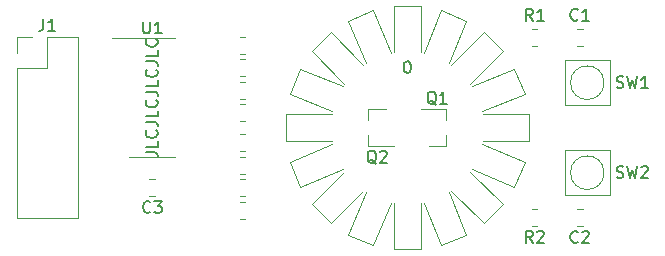
<source format=gbr>
%TF.GenerationSoftware,KiCad,Pcbnew,5.1.9-73d0e3b20d~88~ubuntu20.04.1*%
%TF.CreationDate,2021-03-27T19:40:49+01:00*%
%TF.ProjectId,circledisplay,63697263-6c65-4646-9973-706c61792e6b,rev?*%
%TF.SameCoordinates,Original*%
%TF.FileFunction,Legend,Top*%
%TF.FilePolarity,Positive*%
%FSLAX46Y46*%
G04 Gerber Fmt 4.6, Leading zero omitted, Abs format (unit mm)*
G04 Created by KiCad (PCBNEW 5.1.9-73d0e3b20d~88~ubuntu20.04.1) date 2021-03-27 19:40:49*
%MOMM*%
%LPD*%
G01*
G04 APERTURE LIST*
%ADD10C,0.150000*%
%ADD11C,0.120000*%
G04 APERTURE END LIST*
D10*
X79462380Y-69389047D02*
X80176666Y-69389047D01*
X80319523Y-69436666D01*
X80414761Y-69531904D01*
X80462380Y-69674761D01*
X80462380Y-69770000D01*
X80462380Y-68436666D02*
X80462380Y-68912857D01*
X79462380Y-68912857D01*
X80367142Y-67531904D02*
X80414761Y-67579523D01*
X80462380Y-67722380D01*
X80462380Y-67817619D01*
X80414761Y-67960476D01*
X80319523Y-68055714D01*
X80224285Y-68103333D01*
X80033809Y-68150952D01*
X79890952Y-68150952D01*
X79700476Y-68103333D01*
X79605238Y-68055714D01*
X79510000Y-67960476D01*
X79462380Y-67817619D01*
X79462380Y-67722380D01*
X79510000Y-67579523D01*
X79557619Y-67531904D01*
X79462380Y-66817619D02*
X80176666Y-66817619D01*
X80319523Y-66865238D01*
X80414761Y-66960476D01*
X80462380Y-67103333D01*
X80462380Y-67198571D01*
X80462380Y-65865238D02*
X80462380Y-66341428D01*
X79462380Y-66341428D01*
X80367142Y-64960476D02*
X80414761Y-65008095D01*
X80462380Y-65150952D01*
X80462380Y-65246190D01*
X80414761Y-65389047D01*
X80319523Y-65484285D01*
X80224285Y-65531904D01*
X80033809Y-65579523D01*
X79890952Y-65579523D01*
X79700476Y-65531904D01*
X79605238Y-65484285D01*
X79510000Y-65389047D01*
X79462380Y-65246190D01*
X79462380Y-65150952D01*
X79510000Y-65008095D01*
X79557619Y-64960476D01*
X79462380Y-64246190D02*
X80176666Y-64246190D01*
X80319523Y-64293809D01*
X80414761Y-64389047D01*
X80462380Y-64531904D01*
X80462380Y-64627142D01*
X80462380Y-63293809D02*
X80462380Y-63770000D01*
X79462380Y-63770000D01*
X80367142Y-62389047D02*
X80414761Y-62436666D01*
X80462380Y-62579523D01*
X80462380Y-62674761D01*
X80414761Y-62817619D01*
X80319523Y-62912857D01*
X80224285Y-62960476D01*
X80033809Y-63008095D01*
X79890952Y-63008095D01*
X79700476Y-62960476D01*
X79605238Y-62912857D01*
X79510000Y-62817619D01*
X79462380Y-62674761D01*
X79462380Y-62579523D01*
X79510000Y-62436666D01*
X79557619Y-62389047D01*
X79462380Y-61674761D02*
X80176666Y-61674761D01*
X80319523Y-61722380D01*
X80414761Y-61817619D01*
X80462380Y-61960476D01*
X80462380Y-62055714D01*
X80462380Y-60722380D02*
X80462380Y-61198571D01*
X79462380Y-61198571D01*
X80367142Y-59817619D02*
X80414761Y-59865238D01*
X80462380Y-60008095D01*
X80462380Y-60103333D01*
X80414761Y-60246190D01*
X80319523Y-60341428D01*
X80224285Y-60389047D01*
X80033809Y-60436666D01*
X79890952Y-60436666D01*
X79700476Y-60389047D01*
X79605238Y-60341428D01*
X79510000Y-60246190D01*
X79462380Y-60103333D01*
X79462380Y-60008095D01*
X79510000Y-59865238D01*
X79557619Y-59817619D01*
X101552380Y-61682380D02*
X101647619Y-61682380D01*
X101742857Y-61730000D01*
X101790476Y-61777619D01*
X101838095Y-61872857D01*
X101885714Y-62063333D01*
X101885714Y-62301428D01*
X101838095Y-62491904D01*
X101790476Y-62587142D01*
X101742857Y-62634761D01*
X101647619Y-62682380D01*
X101552380Y-62682380D01*
X101457142Y-62634761D01*
X101409523Y-62587142D01*
X101361904Y-62491904D01*
X101314285Y-62301428D01*
X101314285Y-62063333D01*
X101361904Y-61872857D01*
X101409523Y-61777619D01*
X101457142Y-61730000D01*
X101552380Y-61682380D01*
D11*
%TO.C,C1*%
X116466252Y-58955000D02*
X115943748Y-58955000D01*
X116466252Y-60425000D02*
X115943748Y-60425000D01*
%TO.C,C2*%
X116466252Y-75665000D02*
X115943748Y-75665000D01*
X116466252Y-74195000D02*
X115943748Y-74195000D01*
%TO.C,C3*%
X80271252Y-71655000D02*
X79748748Y-71655000D01*
X80271252Y-73125000D02*
X79748748Y-73125000D01*
%TO.C,D1*%
X100465000Y-57025000D02*
X100465000Y-60910000D01*
X102735000Y-57025000D02*
X100465000Y-57025000D01*
X102735000Y-60910000D02*
X102735000Y-57025000D01*
%TO.C,D2*%
X105097777Y-61831517D02*
X106584502Y-58242245D01*
X106584502Y-58242245D02*
X104487295Y-57373554D01*
X104487295Y-57373554D02*
X103000570Y-60962826D01*
%TO.C,D3*%
X108070027Y-59234841D02*
X105322917Y-61981951D01*
X109675159Y-60839973D02*
X108070027Y-59234841D01*
X106928049Y-63587083D02*
X109675159Y-60839973D01*
%TO.C,D4*%
X107947174Y-65909430D02*
X111536446Y-64422705D01*
X111536446Y-64422705D02*
X110667755Y-62325498D01*
X110667755Y-62325498D02*
X107078483Y-63812223D01*
%TO.C,D5*%
X111885000Y-66175000D02*
X108000000Y-66175000D01*
X111885000Y-68445000D02*
X111885000Y-66175000D01*
X108000000Y-68445000D02*
X111885000Y-68445000D01*
%TO.C,D6*%
X107078483Y-70807777D02*
X110667755Y-72294502D01*
X110667755Y-72294502D02*
X111536446Y-70197295D01*
X111536446Y-70197295D02*
X107947174Y-68710570D01*
%TO.C,D7*%
X109675159Y-73780027D02*
X106928049Y-71032917D01*
X108070027Y-75385159D02*
X109675159Y-73780027D01*
X105322917Y-72638049D02*
X108070027Y-75385159D01*
%TO.C,D8*%
X103000570Y-73657174D02*
X104487295Y-77246446D01*
X104487295Y-77246446D02*
X106584502Y-76377755D01*
X106584502Y-76377755D02*
X105097777Y-72788483D01*
%TO.C,D9*%
X102735000Y-77595000D02*
X102735000Y-73710000D01*
X100465000Y-77595000D02*
X102735000Y-77595000D01*
X100465000Y-73710000D02*
X100465000Y-77595000D01*
%TO.C,D10*%
X98102223Y-72788483D02*
X96615498Y-76377755D01*
X96615498Y-76377755D02*
X98712705Y-77246446D01*
X98712705Y-77246446D02*
X100199430Y-73657174D01*
%TO.C,D11*%
X95129973Y-75385159D02*
X97877083Y-72638049D01*
X93524841Y-73780027D02*
X95129973Y-75385159D01*
X96271951Y-71032917D02*
X93524841Y-73780027D01*
%TO.C,D12*%
X95252826Y-68710570D02*
X91663554Y-70197295D01*
X91663554Y-70197295D02*
X92532245Y-72294502D01*
X92532245Y-72294502D02*
X96121517Y-70807777D01*
%TO.C,D13*%
X91315000Y-68445000D02*
X95200000Y-68445000D01*
X91315000Y-66175000D02*
X91315000Y-68445000D01*
X95200000Y-66175000D02*
X91315000Y-66175000D01*
%TO.C,D14*%
X96121517Y-63812223D02*
X92532245Y-62325498D01*
X92532245Y-62325498D02*
X91663554Y-64422705D01*
X91663554Y-64422705D02*
X95252826Y-65909430D01*
%TO.C,D15*%
X93524841Y-60839973D02*
X96271951Y-63587083D01*
X95129973Y-59234841D02*
X93524841Y-60839973D01*
X97877083Y-61981951D02*
X95129973Y-59234841D01*
%TO.C,D16*%
X100199430Y-60962826D02*
X98712705Y-57373554D01*
X98712705Y-57373554D02*
X96615498Y-58242245D01*
X96615498Y-58242245D02*
X98102223Y-61831517D01*
%TO.C,J1*%
X68520000Y-59630000D02*
X69850000Y-59630000D01*
X68520000Y-60960000D02*
X68520000Y-59630000D01*
X71120000Y-59630000D02*
X73720000Y-59630000D01*
X71120000Y-62230000D02*
X71120000Y-59630000D01*
X68520000Y-62230000D02*
X71120000Y-62230000D01*
X73720000Y-59630000D02*
X73720000Y-74990000D01*
X68520000Y-62230000D02*
X68520000Y-74990000D01*
X68520000Y-74990000D02*
X73720000Y-74990000D01*
%TO.C,Q1*%
X104900000Y-68890000D02*
X103440000Y-68890000D01*
X104900000Y-65730000D02*
X102740000Y-65730000D01*
X104900000Y-65730000D02*
X104900000Y-66660000D01*
X104900000Y-68890000D02*
X104900000Y-67960000D01*
%TO.C,Q2*%
X98300000Y-65730000D02*
X98300000Y-66660000D01*
X98300000Y-68890000D02*
X98300000Y-67960000D01*
X98300000Y-68890000D02*
X100460000Y-68890000D01*
X98300000Y-65730000D02*
X99760000Y-65730000D01*
%TO.C,R1*%
X112622064Y-58955000D02*
X112167936Y-58955000D01*
X112622064Y-60425000D02*
X112167936Y-60425000D01*
%TO.C,R2*%
X112622064Y-75665000D02*
X112167936Y-75665000D01*
X112622064Y-74195000D02*
X112167936Y-74195000D01*
%TO.C,R3*%
X87857064Y-59590000D02*
X87402936Y-59590000D01*
X87857064Y-61060000D02*
X87402936Y-61060000D01*
%TO.C,R4*%
X87857064Y-61495000D02*
X87402936Y-61495000D01*
X87857064Y-62965000D02*
X87402936Y-62965000D01*
%TO.C,R5*%
X87857064Y-64870000D02*
X87402936Y-64870000D01*
X87857064Y-63400000D02*
X87402936Y-63400000D01*
%TO.C,R6*%
X87857064Y-66775000D02*
X87402936Y-66775000D01*
X87857064Y-65305000D02*
X87402936Y-65305000D01*
%TO.C,R7*%
X87857064Y-67845000D02*
X87402936Y-67845000D01*
X87857064Y-69315000D02*
X87402936Y-69315000D01*
%TO.C,R8*%
X87857064Y-71220000D02*
X87402936Y-71220000D01*
X87857064Y-69750000D02*
X87402936Y-69750000D01*
%TO.C,R9*%
X87857064Y-73125000D02*
X87402936Y-73125000D01*
X87857064Y-71655000D02*
X87402936Y-71655000D01*
%TO.C,R10*%
X87857064Y-73560000D02*
X87402936Y-73560000D01*
X87857064Y-75030000D02*
X87402936Y-75030000D01*
%TO.C,SW1*%
X114935000Y-61595000D02*
X118745000Y-61595000D01*
X118745000Y-61595000D02*
X118745000Y-65405000D01*
X118745000Y-65405000D02*
X114935000Y-65405000D01*
X114935000Y-65405000D02*
X114935000Y-61595000D01*
X118259903Y-63500000D02*
G75*
G03*
X118259903Y-63500000I-1419903J0D01*
G01*
%TO.C,SW2*%
X118259903Y-71120000D02*
G75*
G03*
X118259903Y-71120000I-1419903J0D01*
G01*
X118745000Y-69215000D02*
X118745000Y-73025000D01*
X114935000Y-69215000D02*
X118745000Y-69215000D01*
X114935000Y-73025000D02*
X114935000Y-69215000D01*
X118745000Y-73025000D02*
X114935000Y-73025000D01*
%TO.C,U1*%
X80010000Y-59710000D02*
X76560000Y-59710000D01*
X80010000Y-59710000D02*
X81960000Y-59710000D01*
X80010000Y-69830000D02*
X78060000Y-69830000D01*
X80010000Y-69830000D02*
X81960000Y-69830000D01*
%TO.C,C1*%
D10*
X116038333Y-58142142D02*
X115990714Y-58189761D01*
X115847857Y-58237380D01*
X115752619Y-58237380D01*
X115609761Y-58189761D01*
X115514523Y-58094523D01*
X115466904Y-57999285D01*
X115419285Y-57808809D01*
X115419285Y-57665952D01*
X115466904Y-57475476D01*
X115514523Y-57380238D01*
X115609761Y-57285000D01*
X115752619Y-57237380D01*
X115847857Y-57237380D01*
X115990714Y-57285000D01*
X116038333Y-57332619D01*
X116990714Y-58237380D02*
X116419285Y-58237380D01*
X116705000Y-58237380D02*
X116705000Y-57237380D01*
X116609761Y-57380238D01*
X116514523Y-57475476D01*
X116419285Y-57523095D01*
%TO.C,C2*%
X116038333Y-76967142D02*
X115990714Y-77014761D01*
X115847857Y-77062380D01*
X115752619Y-77062380D01*
X115609761Y-77014761D01*
X115514523Y-76919523D01*
X115466904Y-76824285D01*
X115419285Y-76633809D01*
X115419285Y-76490952D01*
X115466904Y-76300476D01*
X115514523Y-76205238D01*
X115609761Y-76110000D01*
X115752619Y-76062380D01*
X115847857Y-76062380D01*
X115990714Y-76110000D01*
X116038333Y-76157619D01*
X116419285Y-76157619D02*
X116466904Y-76110000D01*
X116562142Y-76062380D01*
X116800238Y-76062380D01*
X116895476Y-76110000D01*
X116943095Y-76157619D01*
X116990714Y-76252857D01*
X116990714Y-76348095D01*
X116943095Y-76490952D01*
X116371666Y-77062380D01*
X116990714Y-77062380D01*
%TO.C,C3*%
X79843333Y-74427142D02*
X79795714Y-74474761D01*
X79652857Y-74522380D01*
X79557619Y-74522380D01*
X79414761Y-74474761D01*
X79319523Y-74379523D01*
X79271904Y-74284285D01*
X79224285Y-74093809D01*
X79224285Y-73950952D01*
X79271904Y-73760476D01*
X79319523Y-73665238D01*
X79414761Y-73570000D01*
X79557619Y-73522380D01*
X79652857Y-73522380D01*
X79795714Y-73570000D01*
X79843333Y-73617619D01*
X80176666Y-73522380D02*
X80795714Y-73522380D01*
X80462380Y-73903333D01*
X80605238Y-73903333D01*
X80700476Y-73950952D01*
X80748095Y-73998571D01*
X80795714Y-74093809D01*
X80795714Y-74331904D01*
X80748095Y-74427142D01*
X80700476Y-74474761D01*
X80605238Y-74522380D01*
X80319523Y-74522380D01*
X80224285Y-74474761D01*
X80176666Y-74427142D01*
%TO.C,J1*%
X70786666Y-58082380D02*
X70786666Y-58796666D01*
X70739047Y-58939523D01*
X70643809Y-59034761D01*
X70500952Y-59082380D01*
X70405714Y-59082380D01*
X71786666Y-59082380D02*
X71215238Y-59082380D01*
X71500952Y-59082380D02*
X71500952Y-58082380D01*
X71405714Y-58225238D01*
X71310476Y-58320476D01*
X71215238Y-58368095D01*
%TO.C,Q1*%
X104044761Y-65357619D02*
X103949523Y-65310000D01*
X103854285Y-65214761D01*
X103711428Y-65071904D01*
X103616190Y-65024285D01*
X103520952Y-65024285D01*
X103568571Y-65262380D02*
X103473333Y-65214761D01*
X103378095Y-65119523D01*
X103330476Y-64929047D01*
X103330476Y-64595714D01*
X103378095Y-64405238D01*
X103473333Y-64310000D01*
X103568571Y-64262380D01*
X103759047Y-64262380D01*
X103854285Y-64310000D01*
X103949523Y-64405238D01*
X103997142Y-64595714D01*
X103997142Y-64929047D01*
X103949523Y-65119523D01*
X103854285Y-65214761D01*
X103759047Y-65262380D01*
X103568571Y-65262380D01*
X104949523Y-65262380D02*
X104378095Y-65262380D01*
X104663809Y-65262380D02*
X104663809Y-64262380D01*
X104568571Y-64405238D01*
X104473333Y-64500476D01*
X104378095Y-64548095D01*
%TO.C,Q2*%
X98964761Y-70357619D02*
X98869523Y-70310000D01*
X98774285Y-70214761D01*
X98631428Y-70071904D01*
X98536190Y-70024285D01*
X98440952Y-70024285D01*
X98488571Y-70262380D02*
X98393333Y-70214761D01*
X98298095Y-70119523D01*
X98250476Y-69929047D01*
X98250476Y-69595714D01*
X98298095Y-69405238D01*
X98393333Y-69310000D01*
X98488571Y-69262380D01*
X98679047Y-69262380D01*
X98774285Y-69310000D01*
X98869523Y-69405238D01*
X98917142Y-69595714D01*
X98917142Y-69929047D01*
X98869523Y-70119523D01*
X98774285Y-70214761D01*
X98679047Y-70262380D01*
X98488571Y-70262380D01*
X99298095Y-69357619D02*
X99345714Y-69310000D01*
X99440952Y-69262380D01*
X99679047Y-69262380D01*
X99774285Y-69310000D01*
X99821904Y-69357619D01*
X99869523Y-69452857D01*
X99869523Y-69548095D01*
X99821904Y-69690952D01*
X99250476Y-70262380D01*
X99869523Y-70262380D01*
%TO.C,R1*%
X112228333Y-58237380D02*
X111895000Y-57761190D01*
X111656904Y-58237380D02*
X111656904Y-57237380D01*
X112037857Y-57237380D01*
X112133095Y-57285000D01*
X112180714Y-57332619D01*
X112228333Y-57427857D01*
X112228333Y-57570714D01*
X112180714Y-57665952D01*
X112133095Y-57713571D01*
X112037857Y-57761190D01*
X111656904Y-57761190D01*
X113180714Y-58237380D02*
X112609285Y-58237380D01*
X112895000Y-58237380D02*
X112895000Y-57237380D01*
X112799761Y-57380238D01*
X112704523Y-57475476D01*
X112609285Y-57523095D01*
%TO.C,R2*%
X112228333Y-77032380D02*
X111895000Y-76556190D01*
X111656904Y-77032380D02*
X111656904Y-76032380D01*
X112037857Y-76032380D01*
X112133095Y-76080000D01*
X112180714Y-76127619D01*
X112228333Y-76222857D01*
X112228333Y-76365714D01*
X112180714Y-76460952D01*
X112133095Y-76508571D01*
X112037857Y-76556190D01*
X111656904Y-76556190D01*
X112609285Y-76127619D02*
X112656904Y-76080000D01*
X112752142Y-76032380D01*
X112990238Y-76032380D01*
X113085476Y-76080000D01*
X113133095Y-76127619D01*
X113180714Y-76222857D01*
X113180714Y-76318095D01*
X113133095Y-76460952D01*
X112561666Y-77032380D01*
X113180714Y-77032380D01*
%TO.C,SW1*%
X119316666Y-63904761D02*
X119459523Y-63952380D01*
X119697619Y-63952380D01*
X119792857Y-63904761D01*
X119840476Y-63857142D01*
X119888095Y-63761904D01*
X119888095Y-63666666D01*
X119840476Y-63571428D01*
X119792857Y-63523809D01*
X119697619Y-63476190D01*
X119507142Y-63428571D01*
X119411904Y-63380952D01*
X119364285Y-63333333D01*
X119316666Y-63238095D01*
X119316666Y-63142857D01*
X119364285Y-63047619D01*
X119411904Y-63000000D01*
X119507142Y-62952380D01*
X119745238Y-62952380D01*
X119888095Y-63000000D01*
X120221428Y-62952380D02*
X120459523Y-63952380D01*
X120650000Y-63238095D01*
X120840476Y-63952380D01*
X121078571Y-62952380D01*
X121983333Y-63952380D02*
X121411904Y-63952380D01*
X121697619Y-63952380D02*
X121697619Y-62952380D01*
X121602380Y-63095238D01*
X121507142Y-63190476D01*
X121411904Y-63238095D01*
%TO.C,SW2*%
X119316666Y-71524761D02*
X119459523Y-71572380D01*
X119697619Y-71572380D01*
X119792857Y-71524761D01*
X119840476Y-71477142D01*
X119888095Y-71381904D01*
X119888095Y-71286666D01*
X119840476Y-71191428D01*
X119792857Y-71143809D01*
X119697619Y-71096190D01*
X119507142Y-71048571D01*
X119411904Y-71000952D01*
X119364285Y-70953333D01*
X119316666Y-70858095D01*
X119316666Y-70762857D01*
X119364285Y-70667619D01*
X119411904Y-70620000D01*
X119507142Y-70572380D01*
X119745238Y-70572380D01*
X119888095Y-70620000D01*
X120221428Y-70572380D02*
X120459523Y-71572380D01*
X120650000Y-70858095D01*
X120840476Y-71572380D01*
X121078571Y-70572380D01*
X121411904Y-70667619D02*
X121459523Y-70620000D01*
X121554761Y-70572380D01*
X121792857Y-70572380D01*
X121888095Y-70620000D01*
X121935714Y-70667619D01*
X121983333Y-70762857D01*
X121983333Y-70858095D01*
X121935714Y-71000952D01*
X121364285Y-71572380D01*
X121983333Y-71572380D01*
%TO.C,U1*%
X79248095Y-58322380D02*
X79248095Y-59131904D01*
X79295714Y-59227142D01*
X79343333Y-59274761D01*
X79438571Y-59322380D01*
X79629047Y-59322380D01*
X79724285Y-59274761D01*
X79771904Y-59227142D01*
X79819523Y-59131904D01*
X79819523Y-58322380D01*
X80819523Y-59322380D02*
X80248095Y-59322380D01*
X80533809Y-59322380D02*
X80533809Y-58322380D01*
X80438571Y-58465238D01*
X80343333Y-58560476D01*
X80248095Y-58608095D01*
%TD*%
M02*

</source>
